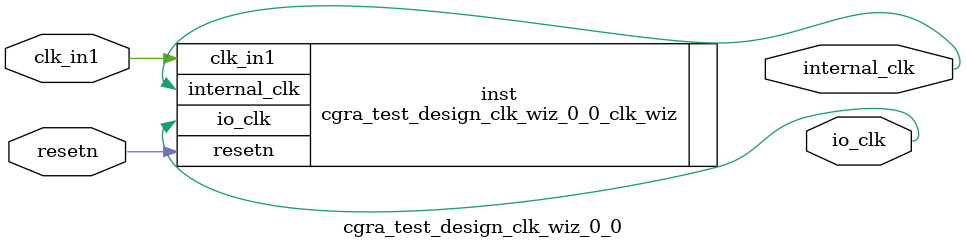
<source format=v>


`timescale 1ps/1ps

(* CORE_GENERATION_INFO = "cgra_test_design_clk_wiz_0_0,clk_wiz_v6_0_9_0_0,{component_name=cgra_test_design_clk_wiz_0_0,use_phase_alignment=true,use_min_o_jitter=false,use_max_i_jitter=false,use_dyn_phase_shift=false,use_inclk_switchover=false,use_dyn_reconfig=false,enable_axi=0,feedback_source=FDBK_AUTO,PRIMITIVE=MMCM,num_out_clk=2,clkin1_period=10.000,clkin2_period=10.000,use_power_down=false,use_reset=true,use_locked=false,use_inclk_stopped=false,feedback_type=SINGLE,CLOCK_MGR_TYPE=NA,manual_override=false}" *)

module cgra_test_design_clk_wiz_0_0 
 (
  // Clock out ports
  output        io_clk,
  output        internal_clk,
  // Status and control signals
  input         resetn,
 // Clock in ports
  input         clk_in1
 );

  cgra_test_design_clk_wiz_0_0_clk_wiz inst
  (
  // Clock out ports  
  .io_clk(io_clk),
  .internal_clk(internal_clk),
  // Status and control signals               
  .resetn(resetn), 
 // Clock in ports
  .clk_in1(clk_in1)
  );

endmodule

</source>
